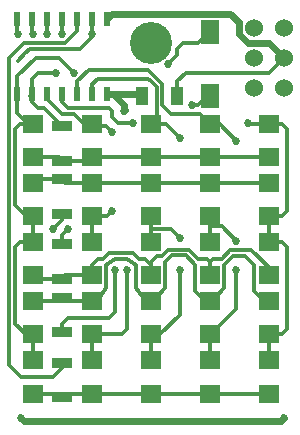
<source format=gtl>
G04 #@! TF.FileFunction,Copper,L1,Top,Signal*
%FSLAX46Y46*%
G04 Gerber Fmt 4.6, Leading zero omitted, Abs format (unit mm)*
G04 Created by KiCad (PCBNEW (2015-08-15 BZR 6092)-product) date 3/6/2016 8:03:16 PM*
%MOMM*%
G01*
G04 APERTURE LIST*
%ADD10C,0.100000*%
%ADD11C,3.556000*%
%ADD12R,1.000000X1.600000*%
%ADD13R,1.800860X1.597660*%
%ADD14R,1.700000X0.900000*%
%ADD15R,0.508000X1.143000*%
%ADD16C,1.524000*%
%ADD17R,1.600000X2.000000*%
%ADD18C,0.685800*%
%ADD19C,0.304800*%
%ADD20C,0.609600*%
G04 APERTURE END LIST*
D10*
D11*
X184000000Y-84750000D03*
D12*
X186250000Y-89250000D03*
X183250000Y-89250000D03*
D13*
X174000000Y-91580140D03*
X174000000Y-94419860D03*
X179000000Y-91580140D03*
X179000000Y-94419860D03*
X184000000Y-91580140D03*
X184000000Y-94419860D03*
X189000000Y-91580140D03*
X189000000Y-94419860D03*
X194000000Y-91580140D03*
X194000000Y-94419860D03*
X174000000Y-99419860D03*
X174000000Y-96580140D03*
X179000000Y-99419860D03*
X179000000Y-96580140D03*
X184000000Y-99419860D03*
X184000000Y-96580140D03*
X189000000Y-99419860D03*
X189000000Y-96580140D03*
X194000000Y-99419860D03*
X194000000Y-96580140D03*
X174000000Y-101580140D03*
X174000000Y-104419860D03*
X179000000Y-101580140D03*
X179000000Y-104419860D03*
X184000000Y-101580140D03*
X184000000Y-104419860D03*
X189000000Y-101580140D03*
X189000000Y-104419860D03*
X194000000Y-101580140D03*
X194000000Y-104419860D03*
X174000000Y-109419860D03*
X174000000Y-106580140D03*
X179000000Y-109419860D03*
X179000000Y-106580140D03*
X184000000Y-109419860D03*
X184000000Y-106580140D03*
X189000000Y-109419860D03*
X189000000Y-106580140D03*
X194000000Y-109419860D03*
X194000000Y-106580140D03*
X174000000Y-111580140D03*
X174000000Y-114419860D03*
X179000000Y-111580140D03*
X179000000Y-114419860D03*
X184000000Y-111580140D03*
X184000000Y-114419860D03*
X189000000Y-111580140D03*
X189000000Y-114419860D03*
X194000000Y-111580140D03*
X194000000Y-114419860D03*
D14*
X176500000Y-91800000D03*
X176500000Y-94700000D03*
X176500000Y-99200000D03*
X176500000Y-96300000D03*
X176500000Y-101800000D03*
X176500000Y-104700000D03*
X176500000Y-109200000D03*
X176500000Y-106300000D03*
X176500000Y-111800000D03*
X176500000Y-114700000D03*
D15*
X180310000Y-82698000D03*
X179040000Y-82698000D03*
X177770000Y-82698000D03*
X176500000Y-82698000D03*
X175230000Y-82698000D03*
X173960000Y-82698000D03*
X172690000Y-82698000D03*
X172690000Y-89048000D03*
X173960000Y-89048000D03*
X176500000Y-89048000D03*
X177770000Y-89048000D03*
X179040000Y-89048000D03*
X180310000Y-89048000D03*
X175230000Y-89048000D03*
D16*
X195270000Y-88540000D03*
X195270000Y-86000000D03*
X195270000Y-83460000D03*
X192730000Y-83460000D03*
X192730000Y-86000000D03*
X192730000Y-88540000D03*
D17*
X189000000Y-89200000D03*
X189000000Y-83800000D03*
D18*
X187500000Y-90000000D03*
X181750000Y-90500000D03*
X177000000Y-100500000D03*
X174000000Y-84000000D03*
X195250000Y-116500000D03*
X173000000Y-116500000D03*
X181000000Y-104000000D03*
X175250000Y-84000000D03*
X182500000Y-91500000D03*
X192250000Y-91500000D03*
X185500000Y-86500000D03*
X179000000Y-84000000D03*
X177500000Y-87250000D03*
X176000000Y-87250000D03*
X175750000Y-100500000D03*
X172750000Y-84000000D03*
X176500000Y-84000000D03*
X180750000Y-99000000D03*
X180750000Y-92250000D03*
X182000000Y-104000000D03*
X186500000Y-92750000D03*
X186500000Y-101250000D03*
X186500000Y-104000000D03*
X191250000Y-104000000D03*
X191250000Y-93000000D03*
X191250000Y-101500000D03*
D19*
X189000000Y-89200000D02*
X188800000Y-89200000D01*
X188800000Y-89200000D02*
X188000000Y-90000000D01*
X188000000Y-90000000D02*
X187500000Y-90000000D01*
D20*
X180310000Y-89048000D02*
X180798000Y-89048000D01*
X180798000Y-89048000D02*
X181750000Y-90000000D01*
X181750000Y-90000000D02*
X181750000Y-90500000D01*
X180310000Y-89048000D02*
X181810000Y-89048000D01*
X181810000Y-89048000D02*
X183048000Y-89048000D01*
X181810000Y-90440000D02*
X181750000Y-90500000D01*
X183048000Y-89048000D02*
X183250000Y-89250000D01*
D19*
X186250000Y-89250000D02*
X186250000Y-88000000D01*
X194020000Y-87250000D02*
X195270000Y-86000000D01*
X187000000Y-87250000D02*
X194020000Y-87250000D01*
X186250000Y-88000000D02*
X187000000Y-87250000D01*
D20*
X190750000Y-82250000D02*
X180758000Y-82250000D01*
X190750000Y-82250000D02*
X191500000Y-83000000D01*
X191500000Y-83000000D02*
X191500000Y-84000000D01*
X191500000Y-84000000D02*
X192250000Y-84750000D01*
X192250000Y-84750000D02*
X194020000Y-84750000D01*
X195270000Y-86000000D02*
X194020000Y-84750000D01*
X180758000Y-82250000D02*
X180310000Y-82698000D01*
X180568000Y-82440000D02*
X180310000Y-82698000D01*
X195270000Y-86000000D02*
X195270000Y-85770000D01*
D19*
X176500000Y-101800000D02*
X176500000Y-101000000D01*
X176500000Y-101000000D02*
X177000000Y-100500000D01*
X173960000Y-83960000D02*
X173960000Y-82698000D01*
X174000000Y-84000000D02*
X173960000Y-83960000D01*
X177770000Y-82698000D02*
X177770000Y-83730000D01*
X173000000Y-85000000D02*
X172000000Y-86000000D01*
X172000000Y-86000000D02*
X172000000Y-88500000D01*
X175750000Y-113000000D02*
X176500000Y-112250000D01*
X172000000Y-112000000D02*
X172000000Y-88500000D01*
X173000000Y-113000000D02*
X172000000Y-112000000D01*
X175750000Y-113000000D02*
X173000000Y-113000000D01*
X173250000Y-84750000D02*
X173000000Y-85000000D01*
X176750000Y-84750000D02*
X173250000Y-84750000D01*
X177770000Y-83730000D02*
X176750000Y-84750000D01*
X176500000Y-111800000D02*
X176500000Y-112250000D01*
X176500000Y-111800000D02*
X176450000Y-111800000D01*
D20*
X195000000Y-116750000D02*
X195250000Y-116500000D01*
X173250000Y-116750000D02*
X195000000Y-116750000D01*
X173000000Y-116500000D02*
X173250000Y-116750000D01*
D19*
X181000000Y-107500000D02*
X181000000Y-104000000D01*
X180500000Y-108000000D02*
X181000000Y-107500000D01*
X177000000Y-108000000D02*
X180500000Y-108000000D01*
X176500000Y-108500000D02*
X177000000Y-108000000D01*
X176500000Y-109200000D02*
X176500000Y-108500000D01*
X175230000Y-83980000D02*
X175230000Y-82698000D01*
X175250000Y-84000000D02*
X175230000Y-83980000D01*
X189000000Y-94419860D02*
X194000000Y-94419860D01*
X184000000Y-94419860D02*
X189000000Y-94419860D01*
X179000000Y-94419860D02*
X184000000Y-94419860D01*
X176500000Y-94700000D02*
X178719860Y-94700000D01*
X178719860Y-94700000D02*
X179000000Y-94419860D01*
X174000000Y-94419860D02*
X176219860Y-94419860D01*
X176219860Y-94419860D02*
X176500000Y-94700000D01*
X176500000Y-96300000D02*
X174280140Y-96300000D01*
X174280140Y-96300000D02*
X174000000Y-96580140D01*
X179000000Y-96580140D02*
X176780140Y-96580140D01*
X176780140Y-96580140D02*
X176500000Y-96300000D01*
X184000000Y-96580140D02*
X179000000Y-96580140D01*
X189000000Y-96580140D02*
X184000000Y-96580140D01*
X194000000Y-96580140D02*
X189000000Y-96580140D01*
X178500000Y-90250000D02*
X177000000Y-90250000D01*
X182500000Y-91500000D02*
X181250000Y-91500000D01*
X181250000Y-91500000D02*
X181000000Y-91250000D01*
X181000000Y-91250000D02*
X180750000Y-91000000D01*
X180750000Y-91000000D02*
X180750000Y-90500000D01*
X180750000Y-90500000D02*
X180500000Y-90250000D01*
X180500000Y-90250000D02*
X178500000Y-90250000D01*
X176500000Y-89750000D02*
X176500000Y-89048000D01*
X177000000Y-90250000D02*
X176500000Y-89750000D01*
X192330140Y-91580140D02*
X192250000Y-91500000D01*
X194000000Y-91580140D02*
X192330140Y-91580140D01*
X194000000Y-101580140D02*
X195080140Y-101580140D01*
X195080140Y-109419860D02*
X194000000Y-109419860D01*
X195500000Y-109000000D02*
X195080140Y-109419860D01*
X195500000Y-102000000D02*
X195500000Y-109000000D01*
X195080140Y-101580140D02*
X195500000Y-102000000D01*
X194000000Y-99419860D02*
X195080140Y-99419860D01*
X195080140Y-91580140D02*
X194000000Y-91580140D01*
X195500000Y-92000000D02*
X195080140Y-91580140D01*
X195500000Y-99000000D02*
X195500000Y-92000000D01*
X195080140Y-99419860D02*
X195500000Y-99000000D01*
X194000000Y-109419860D02*
X194080140Y-109419860D01*
X194000000Y-101580140D02*
X194000000Y-99419860D01*
X194000000Y-111580140D02*
X194000000Y-109419860D01*
X189000000Y-104419860D02*
X189000000Y-103250000D01*
X189000000Y-103250000D02*
X189250000Y-103000000D01*
X192500000Y-102250000D02*
X194000000Y-103750000D01*
X190750000Y-102250000D02*
X192500000Y-102250000D01*
X190000000Y-103000000D02*
X190750000Y-102250000D01*
X189250000Y-103000000D02*
X190000000Y-103000000D01*
X194000000Y-103750000D02*
X194000000Y-104419860D01*
X184000000Y-104419860D02*
X184000000Y-103250000D01*
X188750000Y-103000000D02*
X189000000Y-103250000D01*
X188000000Y-103000000D02*
X188750000Y-103000000D01*
X187250000Y-102250000D02*
X188000000Y-103000000D01*
X185500000Y-102250000D02*
X187250000Y-102250000D01*
X185000000Y-102750000D02*
X185500000Y-102250000D01*
X184500000Y-102750000D02*
X185000000Y-102750000D01*
X184000000Y-103250000D02*
X184500000Y-102750000D01*
X179000000Y-104419860D02*
X179000000Y-103500000D01*
X184000000Y-103500000D02*
X184000000Y-104419860D01*
X183500000Y-103000000D02*
X184000000Y-103500000D01*
X183000000Y-103000000D02*
X183500000Y-103000000D01*
X182500000Y-102500000D02*
X183000000Y-103000000D01*
X180500000Y-102500000D02*
X182500000Y-102500000D01*
X180000000Y-103000000D02*
X180500000Y-102500000D01*
X179500000Y-103000000D02*
X180000000Y-103000000D01*
X179000000Y-103500000D02*
X179500000Y-103000000D01*
X176500000Y-104700000D02*
X174280140Y-104700000D01*
X174280140Y-104700000D02*
X174000000Y-104419860D01*
X179000000Y-104419860D02*
X176780140Y-104419860D01*
X176780140Y-104419860D02*
X176500000Y-104700000D01*
X189000000Y-83800000D02*
X188950000Y-83800000D01*
X188950000Y-83800000D02*
X188000000Y-84750000D01*
X188000000Y-84750000D02*
X186750000Y-84750000D01*
X186750000Y-84750000D02*
X186250000Y-85250000D01*
X186250000Y-85250000D02*
X186250000Y-85750000D01*
X186250000Y-85750000D02*
X185500000Y-86500000D01*
X179000000Y-84000000D02*
X179040000Y-83960000D01*
X179040000Y-83960000D02*
X179040000Y-82698000D01*
X173375000Y-85625000D02*
X173750000Y-85250000D01*
X179040000Y-84210000D02*
X179040000Y-82698000D01*
X178000000Y-85250000D02*
X179040000Y-84210000D01*
X173750000Y-85250000D02*
X178000000Y-85250000D01*
X173500000Y-85500000D02*
X173375000Y-85625000D01*
X173375000Y-85625000D02*
X172750000Y-86250000D01*
X172750000Y-86250000D02*
X172750000Y-86250000D01*
X175750000Y-86000000D02*
X174250000Y-86000000D01*
X175750000Y-86000000D02*
X176250000Y-86000000D01*
X176250000Y-86000000D02*
X177500000Y-87250000D01*
X172690000Y-87560000D02*
X172690000Y-89048000D01*
X174250000Y-86000000D02*
X172690000Y-87560000D01*
X174000000Y-91580140D02*
X173580140Y-91580140D01*
X173580140Y-91580140D02*
X172690000Y-90690000D01*
X172690000Y-90690000D02*
X172690000Y-89048000D01*
X174000000Y-91580140D02*
X174419860Y-91580140D01*
X174000000Y-99419860D02*
X173419860Y-99419860D01*
X173419860Y-99419860D02*
X172500000Y-98500000D01*
X172919860Y-91580140D02*
X174000000Y-91580140D01*
X172500000Y-92000000D02*
X172919860Y-91580140D01*
X172500000Y-98500000D02*
X172500000Y-92000000D01*
X174000000Y-109419860D02*
X173419860Y-109419860D01*
X173419860Y-109419860D02*
X172500000Y-108500000D01*
X172919860Y-101580140D02*
X174000000Y-101580140D01*
X172500000Y-102000000D02*
X172919860Y-101580140D01*
X172500000Y-108500000D02*
X172500000Y-102000000D01*
X174000000Y-101580140D02*
X174000000Y-99419860D01*
X174000000Y-111580140D02*
X174000000Y-109419860D01*
X176500000Y-91800000D02*
X176500000Y-91750000D01*
X176500000Y-91750000D02*
X175000000Y-90250000D01*
X173960000Y-89710000D02*
X173960000Y-89048000D01*
X174500000Y-90250000D02*
X173960000Y-89710000D01*
X175000000Y-90250000D02*
X174500000Y-90250000D01*
X176000000Y-87250000D02*
X174500000Y-87250000D01*
X173960000Y-87790000D02*
X173960000Y-89048000D01*
X174500000Y-87250000D02*
X173960000Y-87790000D01*
X173750000Y-89258000D02*
X173960000Y-89048000D01*
X176500000Y-91800000D02*
X176500000Y-91500000D01*
X176500000Y-99200000D02*
X176500000Y-99750000D01*
X176500000Y-99750000D02*
X175750000Y-100500000D01*
X172690000Y-83940000D02*
X172690000Y-82698000D01*
X172750000Y-84000000D02*
X172690000Y-83940000D01*
X176500000Y-84000000D02*
X176500000Y-82698000D01*
X179000000Y-91580140D02*
X178330140Y-91580140D01*
X178330140Y-91580140D02*
X177500000Y-90750000D01*
X176500000Y-90750000D02*
X175230000Y-89480000D01*
X177500000Y-90750000D02*
X176500000Y-90750000D01*
X175230000Y-89480000D02*
X175230000Y-89048000D01*
X179000000Y-99419860D02*
X180330140Y-99419860D01*
X180330140Y-99419860D02*
X180750000Y-99000000D01*
X180250000Y-91750000D02*
X179169860Y-91750000D01*
X180750000Y-92250000D02*
X180250000Y-91750000D01*
X179000000Y-91580140D02*
X178580140Y-91580140D01*
X179000000Y-109419860D02*
X181580140Y-109419860D01*
X182000000Y-109000000D02*
X182000000Y-104000000D01*
X181580140Y-109419860D02*
X182000000Y-109000000D01*
X179000000Y-101580140D02*
X179419860Y-101580140D01*
X179169860Y-91750000D02*
X179000000Y-91580140D01*
X179000000Y-109419860D02*
X179830140Y-109419860D01*
X179000000Y-101580140D02*
X179000000Y-99419860D01*
X179000000Y-111580140D02*
X179000000Y-109419860D01*
X181000000Y-87750000D02*
X179500000Y-87750000D01*
X183750000Y-87750000D02*
X184000000Y-88000000D01*
X182500000Y-87750000D02*
X183000000Y-87750000D01*
X182500000Y-87750000D02*
X181000000Y-87750000D01*
X184500000Y-91080140D02*
X184500000Y-88500000D01*
X184000000Y-88000000D02*
X184500000Y-88500000D01*
X183000000Y-87750000D02*
X183750000Y-87750000D01*
X179040000Y-88210000D02*
X179040000Y-89048000D01*
X179500000Y-87750000D02*
X179040000Y-88210000D01*
X184500000Y-91080140D02*
X184000000Y-91580140D01*
X185330140Y-91580140D02*
X184000000Y-91580140D01*
X186500000Y-92750000D02*
X185330140Y-91580140D01*
X184000000Y-109419860D02*
X184830140Y-109419860D01*
X184830140Y-109419860D02*
X186500000Y-107750000D01*
X185750000Y-100500000D02*
X184000000Y-100500000D01*
X186500000Y-101250000D02*
X185750000Y-100500000D01*
X186500000Y-107750000D02*
X186500000Y-104000000D01*
X184000000Y-101580140D02*
X184000000Y-100500000D01*
X184000000Y-100500000D02*
X184000000Y-99419860D01*
X184000000Y-111580140D02*
X184000000Y-109419860D01*
X180500000Y-87000000D02*
X178750000Y-87000000D01*
X185000000Y-90000000D02*
X185750000Y-90750000D01*
X185750000Y-90750000D02*
X188169860Y-90750000D01*
X189000000Y-91580140D02*
X188169860Y-90750000D01*
X182750000Y-87000000D02*
X183750000Y-87000000D01*
X182750000Y-87000000D02*
X180500000Y-87000000D01*
X183750000Y-87000000D02*
X185000000Y-88250000D01*
X185000000Y-88250000D02*
X185000000Y-90000000D01*
X177770000Y-87980000D02*
X177770000Y-89048000D01*
X178750000Y-87000000D02*
X177770000Y-87980000D01*
X188669860Y-91250000D02*
X189000000Y-91580140D01*
X189000000Y-91580140D02*
X189000000Y-91500000D01*
X189000000Y-109419860D02*
X189080140Y-109419860D01*
X189080140Y-109419860D02*
X191250000Y-107250000D01*
X191250000Y-107250000D02*
X191250000Y-104000000D01*
X191250000Y-93000000D02*
X189830140Y-91580140D01*
X189830140Y-91580140D02*
X189000000Y-91580140D01*
X190000000Y-100250000D02*
X189000000Y-100250000D01*
X191250000Y-101500000D02*
X190000000Y-100250000D01*
X189000000Y-101580140D02*
X189000000Y-100250000D01*
X189000000Y-100250000D02*
X189000000Y-99419860D01*
X189000000Y-111580140D02*
X189000000Y-109419860D01*
X189000000Y-106580140D02*
X189169860Y-106580140D01*
X189169860Y-106580140D02*
X190250000Y-105500000D01*
X192750000Y-105750000D02*
X193580140Y-106580140D01*
X192750000Y-103500000D02*
X192750000Y-105750000D01*
X192000000Y-102750000D02*
X192750000Y-103500000D01*
X191000000Y-102750000D02*
X192000000Y-102750000D01*
X190250000Y-103500000D02*
X191000000Y-102750000D01*
X190250000Y-105500000D02*
X190250000Y-103500000D01*
X193580140Y-106580140D02*
X194000000Y-106580140D01*
X184000000Y-106580140D02*
X184169860Y-106580140D01*
X184169860Y-106580140D02*
X185250000Y-105500000D01*
X187750000Y-105750000D02*
X188580140Y-106580140D01*
X187750000Y-103500000D02*
X187750000Y-105750000D01*
X186957202Y-102707202D02*
X187750000Y-103500000D01*
X185792798Y-102707202D02*
X186957202Y-102707202D01*
X185250000Y-103250000D02*
X185792798Y-102707202D01*
X185250000Y-105500000D02*
X185250000Y-103250000D01*
X188580140Y-106580140D02*
X189000000Y-106580140D01*
X179000000Y-106580140D02*
X179419860Y-106580140D01*
X179419860Y-106580140D02*
X180250000Y-105500000D01*
X182750000Y-105500000D02*
X183580140Y-106580140D01*
X182750000Y-103500000D02*
X182750000Y-105500000D01*
X182000000Y-103000000D02*
X182750000Y-103500000D01*
X181000000Y-103000000D02*
X182000000Y-103000000D01*
X180250000Y-103500000D02*
X181000000Y-103000000D01*
X180250000Y-105500000D02*
X180250000Y-103500000D01*
X183580140Y-106580140D02*
X184000000Y-106580140D01*
X189000000Y-106580140D02*
X188330140Y-106580140D01*
X194000000Y-106580140D02*
X193330140Y-106580140D01*
X176500000Y-106550000D02*
X174030140Y-106550000D01*
X174030140Y-106550000D02*
X174000000Y-106580140D01*
X179000000Y-106580140D02*
X176530140Y-106580140D01*
X176530140Y-106580140D02*
X176500000Y-106550000D01*
X176500000Y-114450000D02*
X174030140Y-114450000D01*
X174030140Y-114450000D02*
X174000000Y-114419860D01*
X179000000Y-114419860D02*
X176530140Y-114419860D01*
X176530140Y-114419860D02*
X176500000Y-114450000D01*
X184000000Y-114419860D02*
X179000000Y-114419860D01*
X189000000Y-114419860D02*
X184000000Y-114419860D01*
X194000000Y-114419860D02*
X189000000Y-114419860D01*
M02*

</source>
